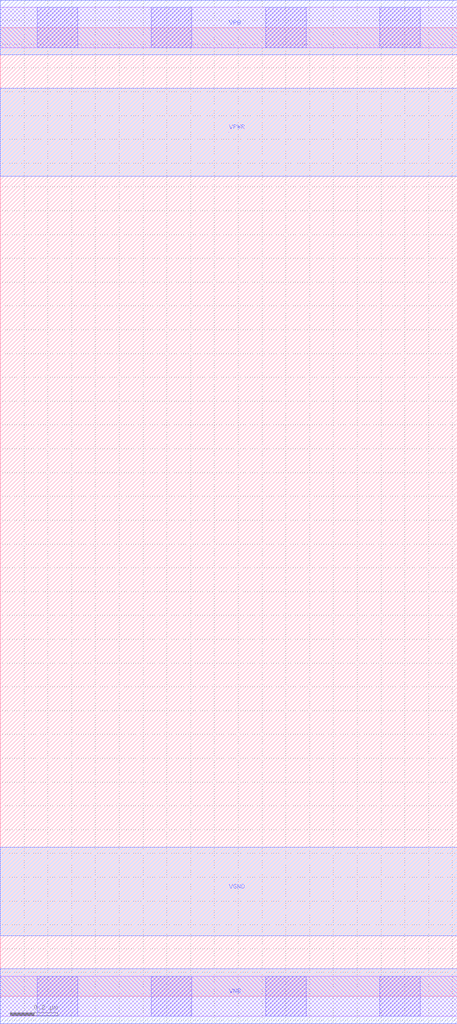
<source format=lef>
# Copyright 2020 The SkyWater PDK Authors
#
# Licensed under the Apache License, Version 2.0 (the "License");
# you may not use this file except in compliance with the License.
# You may obtain a copy of the License at
#
#     https://www.apache.org/licenses/LICENSE-2.0
#
# Unless required by applicable law or agreed to in writing, software
# distributed under the License is distributed on an "AS IS" BASIS,
# WITHOUT WARRANTIES OR CONDITIONS OF ANY KIND, either express or implied.
# See the License for the specific language governing permissions and
# limitations under the License.
#
# SPDX-License-Identifier: Apache-2.0

VERSION 5.7 ;
  NAMESCASESENSITIVE ON ;
  NOWIREEXTENSIONATPIN ON ;
  DIVIDERCHAR "/" ;
  BUSBITCHARS "[]" ;
UNITS
  DATABASE MICRONS 200 ;
END UNITS
MACRO sky130_fd_sc_hvl__fill_4
  CLASS CORE ;
  SOURCE USER ;
  FOREIGN sky130_fd_sc_hvl__fill_4 ;
  ORIGIN  0.000000  0.000000 ;
  SIZE  1.920000 BY  4.070000 ;
  SYMMETRY X Y ;
  SITE unithv ;
  PIN VGND
    DIRECTION INOUT ;
    USE GROUND ;
    PORT
      LAYER met1 ;
        RECT 0.000000 0.255000 1.920000 0.625000 ;
    END
  END VGND
  PIN VNB
    DIRECTION INOUT ;
    USE GROUND ;
    PORT
      LAYER met1 ;
        RECT 0.000000 -0.115000 1.920000 0.115000 ;
    END
  END VNB
  PIN VPB
    DIRECTION INOUT ;
    USE POWER ;
    PORT
      LAYER met1 ;
        RECT 0.000000 3.955000 1.920000 4.185000 ;
    END
  END VPB
  PIN VPWR
    DIRECTION INOUT ;
    USE POWER ;
    PORT
      LAYER met1 ;
        RECT 0.000000 3.445000 1.920000 3.815000 ;
    END
  END VPWR
  OBS
    LAYER li1 ;
      RECT 0.000000 -0.085000 1.920000 0.085000 ;
      RECT 0.000000  3.985000 1.920000 4.155000 ;
    LAYER mcon ;
      RECT 0.155000 -0.085000 0.325000 0.085000 ;
      RECT 0.155000  3.985000 0.325000 4.155000 ;
      RECT 0.635000 -0.085000 0.805000 0.085000 ;
      RECT 0.635000  3.985000 0.805000 4.155000 ;
      RECT 1.115000 -0.085000 1.285000 0.085000 ;
      RECT 1.115000  3.985000 1.285000 4.155000 ;
      RECT 1.595000 -0.085000 1.765000 0.085000 ;
      RECT 1.595000  3.985000 1.765000 4.155000 ;
  END
END sky130_fd_sc_hvl__fill_4

</source>
